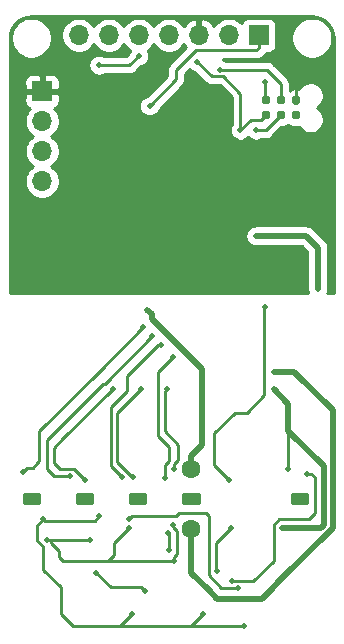
<source format=gbr>
G04 #@! TF.GenerationSoftware,KiCad,Pcbnew,5.1.5+dfsg1-2build2*
G04 #@! TF.CreationDate,2022-01-20T09:43:14-08:00*
G04 #@! TF.ProjectId,pcb_v1,7063625f-7631-42e6-9b69-6361645f7063,rev?*
G04 #@! TF.SameCoordinates,Original*
G04 #@! TF.FileFunction,Copper,L2,Bot*
G04 #@! TF.FilePolarity,Positive*
%FSLAX46Y46*%
G04 Gerber Fmt 4.6, Leading zero omitted, Abs format (unit mm)*
G04 Created by KiCad (PCBNEW 5.1.5+dfsg1-2build2) date 2022-01-20 09:43:14*
%MOMM*%
%LPD*%
G04 APERTURE LIST*
%ADD10C,1.600000*%
%ADD11O,1.700000X1.700000*%
%ADD12R,1.700000X1.700000*%
%ADD13C,0.787400*%
%ADD14C,0.400000*%
%ADD15C,0.500000*%
%ADD16C,0.250000*%
%ADD17C,0.500000*%
%ADD18C,0.254000*%
G04 APERTURE END LIST*
D10*
X175000000Y-124080000D03*
X175000000Y-119000000D03*
D11*
X165510000Y-82250000D03*
X168050000Y-82250000D03*
X170590000Y-82250000D03*
X173130000Y-82250000D03*
X175670000Y-82250000D03*
X178210000Y-82250000D03*
D12*
X180750000Y-82250000D03*
D11*
X162400000Y-94620000D03*
X162400000Y-92080000D03*
X162400000Y-89540000D03*
D12*
X162400000Y-87000000D03*
D13*
X183870000Y-89035000D03*
X183870000Y-87765000D03*
X182600000Y-89035000D03*
X182600000Y-87765000D03*
X181330000Y-89035000D03*
X181330000Y-87765000D03*
D14*
X183700000Y-121250000D03*
X184200000Y-121250000D03*
X184700000Y-121250000D03*
X184200000Y-121750000D03*
X183700000Y-121750000D03*
X184700000Y-121750000D03*
X174500000Y-121250000D03*
X175000000Y-121250000D03*
X175500000Y-121250000D03*
X175000000Y-121750000D03*
X174500000Y-121750000D03*
X175500000Y-121750000D03*
X170000000Y-121250000D03*
X170500000Y-121250000D03*
X171000000Y-121250000D03*
X170500000Y-121750000D03*
X170000000Y-121750000D03*
X171000000Y-121750000D03*
X165500000Y-121250000D03*
X166000000Y-121250000D03*
X166500000Y-121250000D03*
X166000000Y-121750000D03*
X165500000Y-121750000D03*
X166500000Y-121750000D03*
X162000000Y-121750000D03*
X161500000Y-121750000D03*
X161000000Y-121750000D03*
D15*
X178400000Y-124000000D03*
X166418750Y-124981250D03*
X173600000Y-126800000D03*
X177200000Y-127600000D03*
X171500000Y-88250000D03*
X181250000Y-86250000D03*
X180500000Y-99250000D03*
X185750000Y-103750000D03*
X173500000Y-123700000D03*
X162800000Y-125000000D03*
X169750000Y-124000000D03*
X184850000Y-119400000D03*
X178500000Y-128500000D03*
X167250000Y-123000000D03*
X162500000Y-123250000D03*
X179500000Y-132250000D03*
X176000000Y-131250000D03*
X170000000Y-131250000D03*
X182750000Y-97400000D03*
X183550000Y-96600000D03*
X184350000Y-97400000D03*
X183550000Y-97400000D03*
X182750000Y-96600000D03*
X184350000Y-96600000D03*
X175800000Y-92400000D03*
X174600000Y-92400000D03*
X173400000Y-92400000D03*
X175800000Y-91200000D03*
X174600000Y-91200000D03*
X173400000Y-91200000D03*
X175800000Y-90000000D03*
X174600000Y-90000000D03*
X173400000Y-90000000D03*
X170100000Y-119700000D03*
X166000000Y-119900000D03*
X173125000Y-125800000D03*
X168400000Y-112200000D03*
X170800000Y-112200000D03*
X173000000Y-112200000D03*
X182000000Y-112200000D03*
X175750000Y-95000000D03*
X172750000Y-101250000D03*
X173550000Y-101250000D03*
X172750000Y-102050000D03*
X173550000Y-102050000D03*
X166000000Y-93800000D03*
X167800000Y-86000000D03*
X167200000Y-86600000D03*
X166600000Y-87200000D03*
X183800000Y-86000000D03*
X173600000Y-119000000D03*
X175750000Y-96000000D03*
X174750000Y-96000000D03*
X173100000Y-124400000D03*
X183250000Y-119000000D03*
X182750000Y-124000000D03*
X167200000Y-84800000D03*
X170600000Y-84000000D03*
X177492852Y-85175000D03*
X180500000Y-90300000D03*
X179200000Y-90300000D03*
X175500000Y-84500000D03*
X178205095Y-119888246D03*
X181250000Y-105250000D03*
X172800000Y-119775000D03*
X173500000Y-109500000D03*
X169200000Y-119700000D03*
X172500000Y-108500000D03*
X164800000Y-119600000D03*
X171750000Y-107750000D03*
X182000000Y-110750000D03*
X171300000Y-105500000D03*
X160750000Y-119250000D03*
X170949499Y-107000000D03*
D14*
X161000000Y-121250000D03*
X161500000Y-121250000D03*
X162000000Y-121250000D03*
D15*
X169750000Y-123250000D03*
X179000000Y-129075000D03*
X167000000Y-127750000D03*
X171100000Y-129300000D03*
D16*
X178400000Y-124000000D02*
X177149990Y-125250010D01*
X173600000Y-126400000D02*
X173600000Y-126800000D01*
X173700000Y-126300000D02*
X173600000Y-126400000D01*
X177149990Y-127549990D02*
X177200000Y-127600000D01*
X177149990Y-125250010D02*
X177149990Y-127549990D01*
X173849999Y-124249999D02*
X173849999Y-126150001D01*
X173849999Y-126150001D02*
X173600000Y-126400000D01*
X180550010Y-83549990D02*
X180750000Y-83350000D01*
X175400992Y-83549990D02*
X180550010Y-83549990D01*
X180750000Y-83350000D02*
X180750000Y-82250000D01*
X171500000Y-88250000D02*
X173750000Y-86000000D01*
X173750000Y-85200982D02*
X175400992Y-83549990D01*
X173750000Y-86000000D02*
X173750000Y-85200982D01*
X181250000Y-87685000D02*
X181330000Y-87765000D01*
X181250000Y-86250000D02*
X181250000Y-87685000D01*
D17*
X180500000Y-99250000D02*
X184500000Y-99250000D01*
X184500000Y-99250000D02*
X184750000Y-99250000D01*
X184750000Y-99250000D02*
X185750000Y-100250000D01*
X185750000Y-100250000D02*
X185750000Y-103750000D01*
D16*
X173849999Y-124249999D02*
X173500000Y-123900000D01*
X173500000Y-123900000D02*
X173500000Y-123700000D01*
X169750000Y-124000000D02*
X168500000Y-125250000D01*
X168500000Y-126244988D02*
X167944988Y-126800000D01*
X168500000Y-125250000D02*
X168500000Y-126244988D01*
X170700000Y-126800000D02*
X173600000Y-126800000D01*
X167944988Y-126800000D02*
X170700000Y-126800000D01*
X163118750Y-124981250D02*
X163118750Y-125218750D01*
X166418750Y-124981250D02*
X163118750Y-124981250D01*
X163118750Y-125218750D02*
X163800000Y-125900000D01*
X164155012Y-126800000D02*
X164200000Y-126800000D01*
X163800000Y-126444988D02*
X164155012Y-126800000D01*
X163800000Y-125900000D02*
X163800000Y-126444988D01*
X167944988Y-126800000D02*
X164200000Y-126800000D01*
X162818750Y-124981250D02*
X162800000Y-125000000D01*
X163118750Y-124981250D02*
X162818750Y-124981250D01*
X185203553Y-119400000D02*
X185500000Y-119696447D01*
X184850000Y-119400000D02*
X185203553Y-119400000D01*
X185500000Y-119696447D02*
X185500000Y-122750000D01*
X185500000Y-122750000D02*
X185000000Y-123250000D01*
X185000000Y-123250000D02*
X182500000Y-123250000D01*
X182500000Y-123250000D02*
X182000000Y-123750000D01*
X182000000Y-123750000D02*
X182000000Y-126500000D01*
X182000000Y-126500000D02*
X182000000Y-126750000D01*
X180250000Y-128500000D02*
X178500000Y-128500000D01*
X182000000Y-126750000D02*
X180250000Y-128500000D01*
X164000000Y-129000000D02*
X164000000Y-131250000D01*
X164000000Y-131250000D02*
X165000000Y-132250000D01*
X165000000Y-132250000D02*
X169000000Y-132250000D01*
X169000000Y-132250000D02*
X170000000Y-131250000D01*
X169000000Y-132250000D02*
X175000000Y-132250000D01*
X175000000Y-132250000D02*
X176000000Y-131250000D01*
X175000000Y-132250000D02*
X179500000Y-132250000D01*
X176000000Y-131250000D02*
X176000000Y-131250000D01*
X170000000Y-131250000D02*
X170000000Y-131250000D01*
X162624870Y-123374870D02*
X166875130Y-123374870D01*
X166875130Y-123374870D02*
X167250000Y-123000000D01*
X162500000Y-123250000D02*
X162624870Y-123374870D01*
X162500000Y-127500000D02*
X164000000Y-129000000D01*
X162500000Y-125551002D02*
X162500000Y-127500000D01*
X161950000Y-125001002D02*
X162500000Y-125551002D01*
X161950000Y-123800000D02*
X161950000Y-125001002D01*
X162500000Y-123250000D02*
X161950000Y-123800000D01*
X173125000Y-125800000D02*
X173125000Y-124725000D01*
X165700000Y-119600000D02*
X165100000Y-119000000D01*
X165100000Y-119000000D02*
X164600000Y-119000000D01*
X164600000Y-119000000D02*
X164482857Y-119000000D01*
X164200000Y-116400000D02*
X168400000Y-112200000D01*
X183870000Y-86070000D02*
X183800000Y-86000000D01*
X183870000Y-87765000D02*
X183870000Y-86070000D01*
X163905012Y-119000000D02*
X163400000Y-118494988D01*
X164600000Y-119000000D02*
X163905012Y-119000000D01*
X163400000Y-117200000D02*
X164200000Y-116400000D01*
X163400000Y-118494988D02*
X163400000Y-117200000D01*
X172800000Y-112400000D02*
X173000000Y-112200000D01*
X173950000Y-118250000D02*
X173950000Y-116950000D01*
X173950000Y-116950000D02*
X172800000Y-115800000D01*
X173600000Y-118600000D02*
X173950000Y-118250000D01*
X172800000Y-115800000D02*
X172800000Y-112400000D01*
X173600000Y-119000000D02*
X173600000Y-118600000D01*
X173125000Y-124425000D02*
X173125000Y-124725000D01*
X173100000Y-124400000D02*
X173125000Y-124425000D01*
D17*
X182000000Y-112200000D02*
X183250000Y-113450000D01*
X183250000Y-113450000D02*
X183250000Y-115750000D01*
X183250000Y-115750000D02*
X186250000Y-118750000D01*
X186250000Y-118750000D02*
X186250000Y-123750000D01*
D16*
X183250000Y-115750000D02*
X183250000Y-119000000D01*
X183250000Y-119000000D02*
X183250000Y-119000000D01*
D17*
X186250000Y-123750000D02*
X186000000Y-124000000D01*
X186000000Y-124000000D02*
X182750000Y-124000000D01*
D16*
X165700000Y-119600000D02*
X166000000Y-119900000D01*
X169000000Y-114000000D02*
X170800000Y-112200000D01*
X168749990Y-118398988D02*
X168749990Y-114250010D01*
X170051002Y-119700000D02*
X168749990Y-118398988D01*
X168749990Y-114250010D02*
X169000000Y-114000000D01*
X170100000Y-119700000D02*
X170051002Y-119700000D01*
X169800000Y-84800000D02*
X170600000Y-84000000D01*
X167200000Y-84800000D02*
X169800000Y-84800000D01*
X182600000Y-86600000D02*
X182600000Y-87765000D01*
X177492852Y-85175000D02*
X181425000Y-85175000D01*
X182600000Y-86350000D02*
X182600000Y-86600000D01*
X181425000Y-85175000D02*
X182600000Y-86350000D01*
X181335000Y-90300000D02*
X182600000Y-89035000D01*
X180500000Y-90300000D02*
X181335000Y-90300000D01*
X180936301Y-89428699D02*
X181330000Y-89035000D01*
X180071301Y-89428699D02*
X180936301Y-89428699D01*
X179200000Y-90300000D02*
X180071301Y-89428699D01*
X179200000Y-87200000D02*
X179200000Y-90300000D01*
X177750000Y-85750000D02*
X179200000Y-87200000D01*
X176750000Y-85750000D02*
X177750000Y-85750000D01*
X175500000Y-84500000D02*
X176750000Y-85750000D01*
X181200000Y-112700000D02*
X181200000Y-111625000D01*
X181200000Y-112744988D02*
X181200000Y-112700000D01*
X178205095Y-119888246D02*
X177000000Y-118683151D01*
X177000000Y-118683151D02*
X177000000Y-115900000D01*
X177000000Y-115900000D02*
X178700000Y-114200000D01*
X179744988Y-114200000D02*
X181200000Y-112744988D01*
X178700000Y-114200000D02*
X179744988Y-114200000D01*
X181200000Y-111625000D02*
X181200000Y-110550000D01*
X181200000Y-105300000D02*
X181250000Y-105250000D01*
X181200000Y-110550000D02*
X181200000Y-105300000D01*
X172200000Y-111200000D02*
X172200000Y-111200000D01*
X172200000Y-110800000D02*
X173500000Y-109500000D01*
X173150000Y-117100000D02*
X172200000Y-116150000D01*
X172200000Y-116150000D02*
X172200000Y-110800000D01*
X173150000Y-118300000D02*
X173150000Y-117100000D01*
X172800000Y-118650000D02*
X173150000Y-118300000D01*
X172800000Y-119775000D02*
X172800000Y-118650000D01*
X172250000Y-108500000D02*
X172500000Y-108500000D01*
X169600000Y-111150000D02*
X172250000Y-108500000D01*
X168249990Y-113750010D02*
X169600000Y-112400000D01*
X169600000Y-112400000D02*
X169600000Y-111150000D01*
X168250010Y-113750030D02*
X168249990Y-113750010D01*
X168200010Y-113800030D02*
X168250010Y-113750030D01*
X168200010Y-118700010D02*
X168200010Y-113800030D01*
X169200000Y-119700000D02*
X168200010Y-118700010D01*
X162800000Y-116553553D02*
X167600000Y-111753553D01*
X162800000Y-119000000D02*
X162800000Y-116553553D01*
X163400000Y-119600000D02*
X162800000Y-119000000D01*
X164800000Y-119600000D02*
X163400000Y-119600000D01*
X167746447Y-111753553D02*
X171750000Y-107750000D01*
X167600000Y-111753553D02*
X167746447Y-111753553D01*
D17*
X175000000Y-124080000D02*
X175000000Y-127300000D01*
X187000000Y-124000000D02*
X182500000Y-128500000D01*
X187000000Y-114000000D02*
X187000000Y-124000000D01*
X183750000Y-110750000D02*
X187000000Y-114000000D01*
X182000000Y-110750000D02*
X183750000Y-110750000D01*
X182500000Y-128500000D02*
X181750000Y-129250000D01*
D16*
X176549998Y-129250000D02*
X176500000Y-129250000D01*
D17*
X175000000Y-127750000D02*
X175000000Y-127300000D01*
X176500000Y-129250000D02*
X175000000Y-127750000D01*
X177250000Y-130000000D02*
X176500000Y-129250000D01*
X181000000Y-130000000D02*
X177250000Y-130000000D01*
X181750000Y-129250000D02*
X181000000Y-130000000D01*
X171700000Y-105900000D02*
X171300000Y-105500000D01*
X171700000Y-106300000D02*
X171700000Y-105900000D01*
X175900000Y-110500000D02*
X171700000Y-106300000D01*
X175900000Y-116968630D02*
X175900000Y-110500000D01*
X175000000Y-117868630D02*
X175900000Y-116968630D01*
X175000000Y-119000000D02*
X175000000Y-117868630D01*
D16*
X167199499Y-110750000D02*
X170949499Y-107000000D01*
X160750000Y-119250000D02*
X161100000Y-118900000D01*
X161100000Y-118900000D02*
X161600000Y-118900000D01*
X162000000Y-118494988D02*
X162150010Y-118344978D01*
X162000000Y-118500000D02*
X162000000Y-118494988D01*
X161600000Y-118900000D02*
X162000000Y-118500000D01*
X162150010Y-115799489D02*
X167199499Y-110750000D01*
X162150010Y-118344978D02*
X162150010Y-115799489D01*
X177575002Y-129075000D02*
X179000000Y-129075000D01*
X176500000Y-128000000D02*
X177575002Y-129075000D01*
X176500000Y-123000000D02*
X176500000Y-128000000D01*
X176250000Y-122750000D02*
X176500000Y-123000000D01*
X174000000Y-122750000D02*
X176250000Y-122750000D01*
X173750000Y-123000000D02*
X174000000Y-122750000D01*
X170000000Y-123000000D02*
X173750000Y-123000000D01*
X169750000Y-123250000D02*
X170000000Y-123000000D01*
X167000000Y-127750000D02*
X168250000Y-129000000D01*
X170800000Y-129000000D02*
X171100000Y-129300000D01*
X168250000Y-129000000D02*
X170800000Y-129000000D01*
D18*
G36*
X166648001Y-121873000D02*
G01*
X165352000Y-121873000D01*
X165352000Y-121127000D01*
X166648002Y-121127000D01*
X166648001Y-121873000D01*
G37*
X166648001Y-121873000D02*
X165352000Y-121873000D01*
X165352000Y-121127000D01*
X166648002Y-121127000D01*
X166648001Y-121873000D01*
G36*
X171148000Y-121873000D02*
G01*
X169842000Y-121873000D01*
X169842000Y-121127000D01*
X171148001Y-121127000D01*
X171148000Y-121873000D01*
G37*
X171148000Y-121873000D02*
X169842000Y-121873000D01*
X169842000Y-121127000D01*
X171148001Y-121127000D01*
X171148000Y-121873000D01*
G36*
X175648000Y-121873000D02*
G01*
X174352000Y-121873000D01*
X174352000Y-121127000D01*
X175648001Y-121127000D01*
X175648000Y-121873000D01*
G37*
X175648000Y-121873000D02*
X174352000Y-121873000D01*
X174352000Y-121127000D01*
X175648001Y-121127000D01*
X175648000Y-121873000D01*
G36*
X184873000Y-121873000D02*
G01*
X183552000Y-121873000D01*
X183552000Y-121127000D01*
X184873000Y-121127000D01*
X184873000Y-121873000D01*
G37*
X184873000Y-121873000D02*
X183552000Y-121873000D01*
X183552000Y-121127000D01*
X184873000Y-121127000D01*
X184873000Y-121873000D01*
G36*
X185606775Y-80698147D02*
G01*
X185949967Y-80801763D01*
X186266489Y-80970062D01*
X186544299Y-81196637D01*
X186772806Y-81472856D01*
X186943310Y-81788197D01*
X187049319Y-82130656D01*
X187090001Y-82517722D01*
X187090000Y-104123000D01*
X186554118Y-104123000D01*
X186571589Y-104090313D01*
X186584269Y-104048513D01*
X186600990Y-104008145D01*
X186609513Y-103965295D01*
X186622195Y-103923490D01*
X186626477Y-103880013D01*
X186635000Y-103837165D01*
X186635000Y-100293469D01*
X186639281Y-100250000D01*
X186635000Y-100206531D01*
X186635000Y-100206523D01*
X186622195Y-100076510D01*
X186609384Y-100034277D01*
X186571589Y-99909686D01*
X186489411Y-99755941D01*
X186406532Y-99654953D01*
X186406530Y-99654951D01*
X186378817Y-99621183D01*
X186345050Y-99593471D01*
X185406534Y-98654956D01*
X185378817Y-98621183D01*
X185244059Y-98510589D01*
X185090313Y-98428411D01*
X184923490Y-98377805D01*
X184793477Y-98365000D01*
X184793469Y-98365000D01*
X184750000Y-98360719D01*
X184706531Y-98365000D01*
X180412835Y-98365000D01*
X180369987Y-98373523D01*
X180326510Y-98377805D01*
X180284705Y-98390487D01*
X180241855Y-98399010D01*
X180201487Y-98415731D01*
X180159687Y-98428411D01*
X180121165Y-98449001D01*
X180080795Y-98465723D01*
X180044467Y-98489996D01*
X180005941Y-98510589D01*
X179972171Y-98538304D01*
X179935845Y-98562576D01*
X179904951Y-98593470D01*
X179871183Y-98621183D01*
X179843470Y-98654951D01*
X179812576Y-98685845D01*
X179788304Y-98722171D01*
X179760589Y-98755941D01*
X179739996Y-98794467D01*
X179715723Y-98830795D01*
X179699001Y-98871165D01*
X179678411Y-98909687D01*
X179665731Y-98951487D01*
X179649010Y-98991855D01*
X179640487Y-99034705D01*
X179627805Y-99076510D01*
X179623523Y-99119987D01*
X179615000Y-99162835D01*
X179615000Y-99206523D01*
X179610718Y-99250000D01*
X179615000Y-99293477D01*
X179615000Y-99337165D01*
X179623523Y-99380013D01*
X179627805Y-99423490D01*
X179640487Y-99465295D01*
X179649010Y-99508145D01*
X179665731Y-99548513D01*
X179678411Y-99590313D01*
X179699001Y-99628835D01*
X179715723Y-99669205D01*
X179739996Y-99705533D01*
X179760589Y-99744059D01*
X179788304Y-99777829D01*
X179812576Y-99814155D01*
X179843470Y-99845049D01*
X179871183Y-99878817D01*
X179904951Y-99906530D01*
X179935845Y-99937424D01*
X179972171Y-99961696D01*
X180005941Y-99989411D01*
X180044467Y-100010004D01*
X180080795Y-100034277D01*
X180121165Y-100050999D01*
X180159687Y-100071589D01*
X180201487Y-100084269D01*
X180241855Y-100100990D01*
X180284705Y-100109513D01*
X180326510Y-100122195D01*
X180369987Y-100126477D01*
X180412835Y-100135000D01*
X184383422Y-100135000D01*
X184865000Y-100616579D01*
X184865001Y-103662830D01*
X184865000Y-103662835D01*
X184865000Y-103837165D01*
X184873525Y-103880023D01*
X184877806Y-103923490D01*
X184890485Y-103965285D01*
X184899010Y-104008145D01*
X184915735Y-104048522D01*
X184928412Y-104090313D01*
X184945883Y-104123000D01*
X159660000Y-104123000D01*
X159660000Y-87850000D01*
X160911928Y-87850000D01*
X160924188Y-87974482D01*
X160960498Y-88094180D01*
X161019463Y-88204494D01*
X161098815Y-88301185D01*
X161195506Y-88380537D01*
X161305820Y-88439502D01*
X161378380Y-88461513D01*
X161246525Y-88593368D01*
X161084010Y-88836589D01*
X160972068Y-89106842D01*
X160915000Y-89393740D01*
X160915000Y-89686260D01*
X160972068Y-89973158D01*
X161084010Y-90243411D01*
X161246525Y-90486632D01*
X161453368Y-90693475D01*
X161627760Y-90810000D01*
X161453368Y-90926525D01*
X161246525Y-91133368D01*
X161084010Y-91376589D01*
X160972068Y-91646842D01*
X160915000Y-91933740D01*
X160915000Y-92226260D01*
X160972068Y-92513158D01*
X161084010Y-92783411D01*
X161246525Y-93026632D01*
X161453368Y-93233475D01*
X161627760Y-93350000D01*
X161453368Y-93466525D01*
X161246525Y-93673368D01*
X161084010Y-93916589D01*
X160972068Y-94186842D01*
X160915000Y-94473740D01*
X160915000Y-94766260D01*
X160972068Y-95053158D01*
X161084010Y-95323411D01*
X161246525Y-95566632D01*
X161453368Y-95773475D01*
X161696589Y-95935990D01*
X161966842Y-96047932D01*
X162253740Y-96105000D01*
X162546260Y-96105000D01*
X162833158Y-96047932D01*
X163103411Y-95935990D01*
X163346632Y-95773475D01*
X163553475Y-95566632D01*
X163715990Y-95323411D01*
X163827932Y-95053158D01*
X163885000Y-94766260D01*
X163885000Y-94473740D01*
X163827932Y-94186842D01*
X163715990Y-93916589D01*
X163553475Y-93673368D01*
X163346632Y-93466525D01*
X163172240Y-93350000D01*
X163346632Y-93233475D01*
X163553475Y-93026632D01*
X163715990Y-92783411D01*
X163827932Y-92513158D01*
X163885000Y-92226260D01*
X163885000Y-91933740D01*
X163827932Y-91646842D01*
X163715990Y-91376589D01*
X163553475Y-91133368D01*
X163346632Y-90926525D01*
X163172240Y-90810000D01*
X163346632Y-90693475D01*
X163553475Y-90486632D01*
X163715990Y-90243411D01*
X163827932Y-89973158D01*
X163885000Y-89686260D01*
X163885000Y-89393740D01*
X163827932Y-89106842D01*
X163715990Y-88836589D01*
X163553475Y-88593368D01*
X163421620Y-88461513D01*
X163494180Y-88439502D01*
X163604494Y-88380537D01*
X163701185Y-88301185D01*
X163780537Y-88204494D01*
X163839502Y-88094180D01*
X163875812Y-87974482D01*
X163888072Y-87850000D01*
X163885000Y-87285750D01*
X163726250Y-87127000D01*
X162527000Y-87127000D01*
X162527000Y-87147000D01*
X162273000Y-87147000D01*
X162273000Y-87127000D01*
X161073750Y-87127000D01*
X160915000Y-87285750D01*
X160911928Y-87850000D01*
X159660000Y-87850000D01*
X159660000Y-86150000D01*
X160911928Y-86150000D01*
X160915000Y-86714250D01*
X161073750Y-86873000D01*
X162273000Y-86873000D01*
X162273000Y-85673750D01*
X162527000Y-85673750D01*
X162527000Y-86873000D01*
X163726250Y-86873000D01*
X163885000Y-86714250D01*
X163888072Y-86150000D01*
X163875812Y-86025518D01*
X163839502Y-85905820D01*
X163780537Y-85795506D01*
X163701185Y-85698815D01*
X163604494Y-85619463D01*
X163494180Y-85560498D01*
X163374482Y-85524188D01*
X163250000Y-85511928D01*
X162685750Y-85515000D01*
X162527000Y-85673750D01*
X162273000Y-85673750D01*
X162114250Y-85515000D01*
X161550000Y-85511928D01*
X161425518Y-85524188D01*
X161305820Y-85560498D01*
X161195506Y-85619463D01*
X161098815Y-85698815D01*
X161019463Y-85795506D01*
X160960498Y-85905820D01*
X160924188Y-86025518D01*
X160911928Y-86150000D01*
X159660000Y-86150000D01*
X159660000Y-82532279D01*
X159679920Y-82329117D01*
X159765000Y-82329117D01*
X159765000Y-82670883D01*
X159831675Y-83006081D01*
X159962463Y-83321831D01*
X160152337Y-83605998D01*
X160394002Y-83847663D01*
X160678169Y-84037537D01*
X160993919Y-84168325D01*
X161329117Y-84235000D01*
X161670883Y-84235000D01*
X162006081Y-84168325D01*
X162321831Y-84037537D01*
X162605998Y-83847663D01*
X162847663Y-83605998D01*
X163037537Y-83321831D01*
X163168325Y-83006081D01*
X163235000Y-82670883D01*
X163235000Y-82329117D01*
X163190170Y-82103740D01*
X164025000Y-82103740D01*
X164025000Y-82396260D01*
X164082068Y-82683158D01*
X164194010Y-82953411D01*
X164356525Y-83196632D01*
X164563368Y-83403475D01*
X164806589Y-83565990D01*
X165076842Y-83677932D01*
X165363740Y-83735000D01*
X165656260Y-83735000D01*
X165943158Y-83677932D01*
X166213411Y-83565990D01*
X166456632Y-83403475D01*
X166663475Y-83196632D01*
X166780000Y-83022240D01*
X166896525Y-83196632D01*
X167103368Y-83403475D01*
X167346589Y-83565990D01*
X167616842Y-83677932D01*
X167903740Y-83735000D01*
X168196260Y-83735000D01*
X168483158Y-83677932D01*
X168753411Y-83565990D01*
X168996632Y-83403475D01*
X169203475Y-83196632D01*
X169320000Y-83022240D01*
X169436525Y-83196632D01*
X169643368Y-83403475D01*
X169844435Y-83537824D01*
X169815723Y-83580795D01*
X169749010Y-83741855D01*
X169740485Y-83784713D01*
X169485199Y-84040000D01*
X167655538Y-84040000D01*
X167619205Y-84015723D01*
X167458145Y-83949010D01*
X167287165Y-83915000D01*
X167112835Y-83915000D01*
X166941855Y-83949010D01*
X166780795Y-84015723D01*
X166635845Y-84112576D01*
X166512576Y-84235845D01*
X166415723Y-84380795D01*
X166349010Y-84541855D01*
X166315000Y-84712835D01*
X166315000Y-84887165D01*
X166349010Y-85058145D01*
X166415723Y-85219205D01*
X166512576Y-85364155D01*
X166635845Y-85487424D01*
X166780795Y-85584277D01*
X166941855Y-85650990D01*
X167112835Y-85685000D01*
X167287165Y-85685000D01*
X167458145Y-85650990D01*
X167619205Y-85584277D01*
X167655538Y-85560000D01*
X169762678Y-85560000D01*
X169800000Y-85563676D01*
X169837322Y-85560000D01*
X169837333Y-85560000D01*
X169948986Y-85549003D01*
X170092247Y-85505546D01*
X170224276Y-85434974D01*
X170340001Y-85340001D01*
X170363803Y-85310998D01*
X170815287Y-84859515D01*
X170858145Y-84850990D01*
X171019205Y-84784277D01*
X171164155Y-84687424D01*
X171287424Y-84564155D01*
X171384277Y-84419205D01*
X171450990Y-84258145D01*
X171485000Y-84087165D01*
X171485000Y-83912835D01*
X171450990Y-83741855D01*
X171384277Y-83580795D01*
X171349391Y-83528585D01*
X171536632Y-83403475D01*
X171743475Y-83196632D01*
X171860000Y-83022240D01*
X171976525Y-83196632D01*
X172183368Y-83403475D01*
X172426589Y-83565990D01*
X172696842Y-83677932D01*
X172983740Y-83735000D01*
X173276260Y-83735000D01*
X173563158Y-83677932D01*
X173833411Y-83565990D01*
X174076632Y-83403475D01*
X174283475Y-83196632D01*
X174405195Y-83014466D01*
X174474822Y-83131355D01*
X174602822Y-83273358D01*
X173238998Y-84637183D01*
X173210000Y-84660981D01*
X173186202Y-84689979D01*
X173186201Y-84689980D01*
X173115026Y-84776706D01*
X173044454Y-84908736D01*
X173032245Y-84948985D01*
X173000997Y-85051996D01*
X172990000Y-85163649D01*
X172990000Y-85163660D01*
X172986324Y-85200982D01*
X172990000Y-85238304D01*
X172990000Y-85685198D01*
X171284714Y-87390485D01*
X171241855Y-87399010D01*
X171080795Y-87465723D01*
X170935845Y-87562576D01*
X170812576Y-87685845D01*
X170715723Y-87830795D01*
X170649010Y-87991855D01*
X170615000Y-88162835D01*
X170615000Y-88337165D01*
X170649010Y-88508145D01*
X170715723Y-88669205D01*
X170812576Y-88814155D01*
X170935845Y-88937424D01*
X171080795Y-89034277D01*
X171241855Y-89100990D01*
X171412835Y-89135000D01*
X171587165Y-89135000D01*
X171758145Y-89100990D01*
X171919205Y-89034277D01*
X172064155Y-88937424D01*
X172187424Y-88814155D01*
X172284277Y-88669205D01*
X172350990Y-88508145D01*
X172359515Y-88465286D01*
X174261004Y-86563798D01*
X174290001Y-86540001D01*
X174384974Y-86424276D01*
X174455546Y-86292247D01*
X174499003Y-86148986D01*
X174510000Y-86037333D01*
X174510000Y-86037332D01*
X174513677Y-86000000D01*
X174510000Y-85962667D01*
X174510000Y-85515783D01*
X174887102Y-85138681D01*
X174935845Y-85187424D01*
X175080795Y-85284277D01*
X175241855Y-85350990D01*
X175284714Y-85359515D01*
X176186200Y-86261002D01*
X176209999Y-86290001D01*
X176238997Y-86313799D01*
X176325723Y-86384974D01*
X176449274Y-86451014D01*
X176457753Y-86455546D01*
X176601014Y-86499003D01*
X176712667Y-86510000D01*
X176712677Y-86510000D01*
X176750000Y-86513676D01*
X176787323Y-86510000D01*
X177435199Y-86510000D01*
X178440000Y-87514802D01*
X178440001Y-89844461D01*
X178415723Y-89880795D01*
X178349010Y-90041855D01*
X178315000Y-90212835D01*
X178315000Y-90387165D01*
X178349010Y-90558145D01*
X178415723Y-90719205D01*
X178512576Y-90864155D01*
X178635845Y-90987424D01*
X178780795Y-91084277D01*
X178941855Y-91150990D01*
X179112835Y-91185000D01*
X179287165Y-91185000D01*
X179458145Y-91150990D01*
X179619205Y-91084277D01*
X179764155Y-90987424D01*
X179850000Y-90901579D01*
X179935845Y-90987424D01*
X180080795Y-91084277D01*
X180241855Y-91150990D01*
X180412835Y-91185000D01*
X180587165Y-91185000D01*
X180758145Y-91150990D01*
X180919205Y-91084277D01*
X180955538Y-91060000D01*
X181297678Y-91060000D01*
X181335000Y-91063676D01*
X181372322Y-91060000D01*
X181372333Y-91060000D01*
X181483986Y-91049003D01*
X181627247Y-91005546D01*
X181759276Y-90934974D01*
X181875001Y-90840001D01*
X181898804Y-90810997D01*
X182646102Y-90063700D01*
X182701318Y-90063700D01*
X182900061Y-90024167D01*
X183087272Y-89946622D01*
X183235000Y-89847913D01*
X183382728Y-89946622D01*
X183569939Y-90024167D01*
X183768682Y-90063700D01*
X183971318Y-90063700D01*
X184170061Y-90024167D01*
X184183300Y-90018683D01*
X184262039Y-90136524D01*
X184419476Y-90293961D01*
X184604602Y-90417659D01*
X184810304Y-90502863D01*
X185028675Y-90546300D01*
X185251325Y-90546300D01*
X185469696Y-90502863D01*
X185675398Y-90417659D01*
X185860524Y-90293961D01*
X186017961Y-90136524D01*
X186141659Y-89951398D01*
X186226863Y-89745696D01*
X186270300Y-89527325D01*
X186270300Y-89304675D01*
X186226863Y-89086304D01*
X186141659Y-88880602D01*
X186017961Y-88695476D01*
X185860524Y-88538039D01*
X185675398Y-88414341D01*
X185640776Y-88400000D01*
X185675398Y-88385659D01*
X185860524Y-88261961D01*
X186017961Y-88104524D01*
X186141659Y-87919398D01*
X186226863Y-87713696D01*
X186270300Y-87495325D01*
X186270300Y-87272675D01*
X186226863Y-87054304D01*
X186141659Y-86848602D01*
X186017961Y-86663476D01*
X185860524Y-86506039D01*
X185675398Y-86382341D01*
X185469696Y-86297137D01*
X185251325Y-86253700D01*
X185028675Y-86253700D01*
X184810304Y-86297137D01*
X184604602Y-86382341D01*
X184419476Y-86506039D01*
X184262039Y-86663476D01*
X184184050Y-86780194D01*
X183985988Y-86737851D01*
X183783372Y-86734959D01*
X183584086Y-86771651D01*
X183395787Y-86846517D01*
X183369768Y-86860424D01*
X183360000Y-86950079D01*
X183360000Y-86387323D01*
X183363676Y-86350000D01*
X183360000Y-86312677D01*
X183360000Y-86312667D01*
X183349003Y-86201014D01*
X183305546Y-86057753D01*
X183274676Y-86000000D01*
X183234974Y-85925723D01*
X183163799Y-85838997D01*
X183140001Y-85809999D01*
X183111004Y-85786202D01*
X181988804Y-84664003D01*
X181965001Y-84634999D01*
X181849276Y-84540026D01*
X181717247Y-84469454D01*
X181573986Y-84425997D01*
X181462333Y-84415000D01*
X181462322Y-84415000D01*
X181425000Y-84411324D01*
X181387678Y-84415000D01*
X177948390Y-84415000D01*
X177912057Y-84390723D01*
X177750997Y-84324010D01*
X177680514Y-84309990D01*
X180512688Y-84309990D01*
X180550010Y-84313666D01*
X180587332Y-84309990D01*
X180587343Y-84309990D01*
X180698996Y-84298993D01*
X180842257Y-84255536D01*
X180974286Y-84184964D01*
X181090011Y-84089991D01*
X181113814Y-84060987D01*
X181260998Y-83913803D01*
X181290001Y-83890001D01*
X181384974Y-83774276D01*
X181404326Y-83738072D01*
X181600000Y-83738072D01*
X181724482Y-83725812D01*
X181844180Y-83689502D01*
X181954494Y-83630537D01*
X182051185Y-83551185D01*
X182130537Y-83454494D01*
X182189502Y-83344180D01*
X182225812Y-83224482D01*
X182238072Y-83100000D01*
X182238072Y-82329117D01*
X183515000Y-82329117D01*
X183515000Y-82670883D01*
X183581675Y-83006081D01*
X183712463Y-83321831D01*
X183902337Y-83605998D01*
X184144002Y-83847663D01*
X184428169Y-84037537D01*
X184743919Y-84168325D01*
X185079117Y-84235000D01*
X185420883Y-84235000D01*
X185756081Y-84168325D01*
X186071831Y-84037537D01*
X186355998Y-83847663D01*
X186597663Y-83605998D01*
X186787537Y-83321831D01*
X186918325Y-83006081D01*
X186985000Y-82670883D01*
X186985000Y-82329117D01*
X186918325Y-81993919D01*
X186787537Y-81678169D01*
X186597663Y-81394002D01*
X186355998Y-81152337D01*
X186071831Y-80962463D01*
X185756081Y-80831675D01*
X185420883Y-80765000D01*
X185079117Y-80765000D01*
X184743919Y-80831675D01*
X184428169Y-80962463D01*
X184144002Y-81152337D01*
X183902337Y-81394002D01*
X183712463Y-81678169D01*
X183581675Y-81993919D01*
X183515000Y-82329117D01*
X182238072Y-82329117D01*
X182238072Y-81400000D01*
X182225812Y-81275518D01*
X182189502Y-81155820D01*
X182130537Y-81045506D01*
X182051185Y-80948815D01*
X181954494Y-80869463D01*
X181844180Y-80810498D01*
X181724482Y-80774188D01*
X181600000Y-80761928D01*
X179900000Y-80761928D01*
X179775518Y-80774188D01*
X179655820Y-80810498D01*
X179545506Y-80869463D01*
X179448815Y-80948815D01*
X179369463Y-81045506D01*
X179310498Y-81155820D01*
X179288487Y-81228380D01*
X179156632Y-81096525D01*
X178913411Y-80934010D01*
X178643158Y-80822068D01*
X178356260Y-80765000D01*
X178063740Y-80765000D01*
X177776842Y-80822068D01*
X177506589Y-80934010D01*
X177263368Y-81096525D01*
X177056525Y-81303368D01*
X176934805Y-81485534D01*
X176865178Y-81368645D01*
X176670269Y-81152412D01*
X176436920Y-80978359D01*
X176174099Y-80853175D01*
X176026890Y-80808524D01*
X175797000Y-80929845D01*
X175797000Y-82123000D01*
X175817000Y-82123000D01*
X175817000Y-82377000D01*
X175797000Y-82377000D01*
X175797000Y-82397000D01*
X175543000Y-82397000D01*
X175543000Y-82377000D01*
X175523000Y-82377000D01*
X175523000Y-82123000D01*
X175543000Y-82123000D01*
X175543000Y-80929845D01*
X175313110Y-80808524D01*
X175165901Y-80853175D01*
X174903080Y-80978359D01*
X174669731Y-81152412D01*
X174474822Y-81368645D01*
X174405195Y-81485534D01*
X174283475Y-81303368D01*
X174076632Y-81096525D01*
X173833411Y-80934010D01*
X173563158Y-80822068D01*
X173276260Y-80765000D01*
X172983740Y-80765000D01*
X172696842Y-80822068D01*
X172426589Y-80934010D01*
X172183368Y-81096525D01*
X171976525Y-81303368D01*
X171860000Y-81477760D01*
X171743475Y-81303368D01*
X171536632Y-81096525D01*
X171293411Y-80934010D01*
X171023158Y-80822068D01*
X170736260Y-80765000D01*
X170443740Y-80765000D01*
X170156842Y-80822068D01*
X169886589Y-80934010D01*
X169643368Y-81096525D01*
X169436525Y-81303368D01*
X169320000Y-81477760D01*
X169203475Y-81303368D01*
X168996632Y-81096525D01*
X168753411Y-80934010D01*
X168483158Y-80822068D01*
X168196260Y-80765000D01*
X167903740Y-80765000D01*
X167616842Y-80822068D01*
X167346589Y-80934010D01*
X167103368Y-81096525D01*
X166896525Y-81303368D01*
X166780000Y-81477760D01*
X166663475Y-81303368D01*
X166456632Y-81096525D01*
X166213411Y-80934010D01*
X165943158Y-80822068D01*
X165656260Y-80765000D01*
X165363740Y-80765000D01*
X165076842Y-80822068D01*
X164806589Y-80934010D01*
X164563368Y-81096525D01*
X164356525Y-81303368D01*
X164194010Y-81546589D01*
X164082068Y-81816842D01*
X164025000Y-82103740D01*
X163190170Y-82103740D01*
X163168325Y-81993919D01*
X163037537Y-81678169D01*
X162847663Y-81394002D01*
X162605998Y-81152337D01*
X162321831Y-80962463D01*
X162006081Y-80831675D01*
X161670883Y-80765000D01*
X161329117Y-80765000D01*
X160993919Y-80831675D01*
X160678169Y-80962463D01*
X160394002Y-81152337D01*
X160152337Y-81394002D01*
X159962463Y-81678169D01*
X159831675Y-81993919D01*
X159765000Y-82329117D01*
X159679920Y-82329117D01*
X159698147Y-82143225D01*
X159801763Y-81800033D01*
X159970062Y-81483511D01*
X160196637Y-81205701D01*
X160472856Y-80977194D01*
X160788197Y-80806690D01*
X161130656Y-80700681D01*
X161517712Y-80660000D01*
X185217721Y-80660000D01*
X185606775Y-80698147D01*
G37*
X185606775Y-80698147D02*
X185949967Y-80801763D01*
X186266489Y-80970062D01*
X186544299Y-81196637D01*
X186772806Y-81472856D01*
X186943310Y-81788197D01*
X187049319Y-82130656D01*
X187090001Y-82517722D01*
X187090000Y-104123000D01*
X186554118Y-104123000D01*
X186571589Y-104090313D01*
X186584269Y-104048513D01*
X186600990Y-104008145D01*
X186609513Y-103965295D01*
X186622195Y-103923490D01*
X186626477Y-103880013D01*
X186635000Y-103837165D01*
X186635000Y-100293469D01*
X186639281Y-100250000D01*
X186635000Y-100206531D01*
X186635000Y-100206523D01*
X186622195Y-100076510D01*
X186609384Y-100034277D01*
X186571589Y-99909686D01*
X186489411Y-99755941D01*
X186406532Y-99654953D01*
X186406530Y-99654951D01*
X186378817Y-99621183D01*
X186345050Y-99593471D01*
X185406534Y-98654956D01*
X185378817Y-98621183D01*
X185244059Y-98510589D01*
X185090313Y-98428411D01*
X184923490Y-98377805D01*
X184793477Y-98365000D01*
X184793469Y-98365000D01*
X184750000Y-98360719D01*
X184706531Y-98365000D01*
X180412835Y-98365000D01*
X180369987Y-98373523D01*
X180326510Y-98377805D01*
X180284705Y-98390487D01*
X180241855Y-98399010D01*
X180201487Y-98415731D01*
X180159687Y-98428411D01*
X180121165Y-98449001D01*
X180080795Y-98465723D01*
X180044467Y-98489996D01*
X180005941Y-98510589D01*
X179972171Y-98538304D01*
X179935845Y-98562576D01*
X179904951Y-98593470D01*
X179871183Y-98621183D01*
X179843470Y-98654951D01*
X179812576Y-98685845D01*
X179788304Y-98722171D01*
X179760589Y-98755941D01*
X179739996Y-98794467D01*
X179715723Y-98830795D01*
X179699001Y-98871165D01*
X179678411Y-98909687D01*
X179665731Y-98951487D01*
X179649010Y-98991855D01*
X179640487Y-99034705D01*
X179627805Y-99076510D01*
X179623523Y-99119987D01*
X179615000Y-99162835D01*
X179615000Y-99206523D01*
X179610718Y-99250000D01*
X179615000Y-99293477D01*
X179615000Y-99337165D01*
X179623523Y-99380013D01*
X179627805Y-99423490D01*
X179640487Y-99465295D01*
X179649010Y-99508145D01*
X179665731Y-99548513D01*
X179678411Y-99590313D01*
X179699001Y-99628835D01*
X179715723Y-99669205D01*
X179739996Y-99705533D01*
X179760589Y-99744059D01*
X179788304Y-99777829D01*
X179812576Y-99814155D01*
X179843470Y-99845049D01*
X179871183Y-99878817D01*
X179904951Y-99906530D01*
X179935845Y-99937424D01*
X179972171Y-99961696D01*
X180005941Y-99989411D01*
X180044467Y-100010004D01*
X180080795Y-100034277D01*
X180121165Y-100050999D01*
X180159687Y-100071589D01*
X180201487Y-100084269D01*
X180241855Y-100100990D01*
X180284705Y-100109513D01*
X180326510Y-100122195D01*
X180369987Y-100126477D01*
X180412835Y-100135000D01*
X184383422Y-100135000D01*
X184865000Y-100616579D01*
X184865001Y-103662830D01*
X184865000Y-103662835D01*
X184865000Y-103837165D01*
X184873525Y-103880023D01*
X184877806Y-103923490D01*
X184890485Y-103965285D01*
X184899010Y-104008145D01*
X184915735Y-104048522D01*
X184928412Y-104090313D01*
X184945883Y-104123000D01*
X159660000Y-104123000D01*
X159660000Y-87850000D01*
X160911928Y-87850000D01*
X160924188Y-87974482D01*
X160960498Y-88094180D01*
X161019463Y-88204494D01*
X161098815Y-88301185D01*
X161195506Y-88380537D01*
X161305820Y-88439502D01*
X161378380Y-88461513D01*
X161246525Y-88593368D01*
X161084010Y-88836589D01*
X160972068Y-89106842D01*
X160915000Y-89393740D01*
X160915000Y-89686260D01*
X160972068Y-89973158D01*
X161084010Y-90243411D01*
X161246525Y-90486632D01*
X161453368Y-90693475D01*
X161627760Y-90810000D01*
X161453368Y-90926525D01*
X161246525Y-91133368D01*
X161084010Y-91376589D01*
X160972068Y-91646842D01*
X160915000Y-91933740D01*
X160915000Y-92226260D01*
X160972068Y-92513158D01*
X161084010Y-92783411D01*
X161246525Y-93026632D01*
X161453368Y-93233475D01*
X161627760Y-93350000D01*
X161453368Y-93466525D01*
X161246525Y-93673368D01*
X161084010Y-93916589D01*
X160972068Y-94186842D01*
X160915000Y-94473740D01*
X160915000Y-94766260D01*
X160972068Y-95053158D01*
X161084010Y-95323411D01*
X161246525Y-95566632D01*
X161453368Y-95773475D01*
X161696589Y-95935990D01*
X161966842Y-96047932D01*
X162253740Y-96105000D01*
X162546260Y-96105000D01*
X162833158Y-96047932D01*
X163103411Y-95935990D01*
X163346632Y-95773475D01*
X163553475Y-95566632D01*
X163715990Y-95323411D01*
X163827932Y-95053158D01*
X163885000Y-94766260D01*
X163885000Y-94473740D01*
X163827932Y-94186842D01*
X163715990Y-93916589D01*
X163553475Y-93673368D01*
X163346632Y-93466525D01*
X163172240Y-93350000D01*
X163346632Y-93233475D01*
X163553475Y-93026632D01*
X163715990Y-92783411D01*
X163827932Y-92513158D01*
X163885000Y-92226260D01*
X163885000Y-91933740D01*
X163827932Y-91646842D01*
X163715990Y-91376589D01*
X163553475Y-91133368D01*
X163346632Y-90926525D01*
X163172240Y-90810000D01*
X163346632Y-90693475D01*
X163553475Y-90486632D01*
X163715990Y-90243411D01*
X163827932Y-89973158D01*
X163885000Y-89686260D01*
X163885000Y-89393740D01*
X163827932Y-89106842D01*
X163715990Y-88836589D01*
X163553475Y-88593368D01*
X163421620Y-88461513D01*
X163494180Y-88439502D01*
X163604494Y-88380537D01*
X163701185Y-88301185D01*
X163780537Y-88204494D01*
X163839502Y-88094180D01*
X163875812Y-87974482D01*
X163888072Y-87850000D01*
X163885000Y-87285750D01*
X163726250Y-87127000D01*
X162527000Y-87127000D01*
X162527000Y-87147000D01*
X162273000Y-87147000D01*
X162273000Y-87127000D01*
X161073750Y-87127000D01*
X160915000Y-87285750D01*
X160911928Y-87850000D01*
X159660000Y-87850000D01*
X159660000Y-86150000D01*
X160911928Y-86150000D01*
X160915000Y-86714250D01*
X161073750Y-86873000D01*
X162273000Y-86873000D01*
X162273000Y-85673750D01*
X162527000Y-85673750D01*
X162527000Y-86873000D01*
X163726250Y-86873000D01*
X163885000Y-86714250D01*
X163888072Y-86150000D01*
X163875812Y-86025518D01*
X163839502Y-85905820D01*
X163780537Y-85795506D01*
X163701185Y-85698815D01*
X163604494Y-85619463D01*
X163494180Y-85560498D01*
X163374482Y-85524188D01*
X163250000Y-85511928D01*
X162685750Y-85515000D01*
X162527000Y-85673750D01*
X162273000Y-85673750D01*
X162114250Y-85515000D01*
X161550000Y-85511928D01*
X161425518Y-85524188D01*
X161305820Y-85560498D01*
X161195506Y-85619463D01*
X161098815Y-85698815D01*
X161019463Y-85795506D01*
X160960498Y-85905820D01*
X160924188Y-86025518D01*
X160911928Y-86150000D01*
X159660000Y-86150000D01*
X159660000Y-82532279D01*
X159679920Y-82329117D01*
X159765000Y-82329117D01*
X159765000Y-82670883D01*
X159831675Y-83006081D01*
X159962463Y-83321831D01*
X160152337Y-83605998D01*
X160394002Y-83847663D01*
X160678169Y-84037537D01*
X160993919Y-84168325D01*
X161329117Y-84235000D01*
X161670883Y-84235000D01*
X162006081Y-84168325D01*
X162321831Y-84037537D01*
X162605998Y-83847663D01*
X162847663Y-83605998D01*
X163037537Y-83321831D01*
X163168325Y-83006081D01*
X163235000Y-82670883D01*
X163235000Y-82329117D01*
X163190170Y-82103740D01*
X164025000Y-82103740D01*
X164025000Y-82396260D01*
X164082068Y-82683158D01*
X164194010Y-82953411D01*
X164356525Y-83196632D01*
X164563368Y-83403475D01*
X164806589Y-83565990D01*
X165076842Y-83677932D01*
X165363740Y-83735000D01*
X165656260Y-83735000D01*
X165943158Y-83677932D01*
X166213411Y-83565990D01*
X166456632Y-83403475D01*
X166663475Y-83196632D01*
X166780000Y-83022240D01*
X166896525Y-83196632D01*
X167103368Y-83403475D01*
X167346589Y-83565990D01*
X167616842Y-83677932D01*
X167903740Y-83735000D01*
X168196260Y-83735000D01*
X168483158Y-83677932D01*
X168753411Y-83565990D01*
X168996632Y-83403475D01*
X169203475Y-83196632D01*
X169320000Y-83022240D01*
X169436525Y-83196632D01*
X169643368Y-83403475D01*
X169844435Y-83537824D01*
X169815723Y-83580795D01*
X169749010Y-83741855D01*
X169740485Y-83784713D01*
X169485199Y-84040000D01*
X167655538Y-84040000D01*
X167619205Y-84015723D01*
X167458145Y-83949010D01*
X167287165Y-83915000D01*
X167112835Y-83915000D01*
X166941855Y-83949010D01*
X166780795Y-84015723D01*
X166635845Y-84112576D01*
X166512576Y-84235845D01*
X166415723Y-84380795D01*
X166349010Y-84541855D01*
X166315000Y-84712835D01*
X166315000Y-84887165D01*
X166349010Y-85058145D01*
X166415723Y-85219205D01*
X166512576Y-85364155D01*
X166635845Y-85487424D01*
X166780795Y-85584277D01*
X166941855Y-85650990D01*
X167112835Y-85685000D01*
X167287165Y-85685000D01*
X167458145Y-85650990D01*
X167619205Y-85584277D01*
X167655538Y-85560000D01*
X169762678Y-85560000D01*
X169800000Y-85563676D01*
X169837322Y-85560000D01*
X169837333Y-85560000D01*
X169948986Y-85549003D01*
X170092247Y-85505546D01*
X170224276Y-85434974D01*
X170340001Y-85340001D01*
X170363803Y-85310998D01*
X170815287Y-84859515D01*
X170858145Y-84850990D01*
X171019205Y-84784277D01*
X171164155Y-84687424D01*
X171287424Y-84564155D01*
X171384277Y-84419205D01*
X171450990Y-84258145D01*
X171485000Y-84087165D01*
X171485000Y-83912835D01*
X171450990Y-83741855D01*
X171384277Y-83580795D01*
X171349391Y-83528585D01*
X171536632Y-83403475D01*
X171743475Y-83196632D01*
X171860000Y-83022240D01*
X171976525Y-83196632D01*
X172183368Y-83403475D01*
X172426589Y-83565990D01*
X172696842Y-83677932D01*
X172983740Y-83735000D01*
X173276260Y-83735000D01*
X173563158Y-83677932D01*
X173833411Y-83565990D01*
X174076632Y-83403475D01*
X174283475Y-83196632D01*
X174405195Y-83014466D01*
X174474822Y-83131355D01*
X174602822Y-83273358D01*
X173238998Y-84637183D01*
X173210000Y-84660981D01*
X173186202Y-84689979D01*
X173186201Y-84689980D01*
X173115026Y-84776706D01*
X173044454Y-84908736D01*
X173032245Y-84948985D01*
X173000997Y-85051996D01*
X172990000Y-85163649D01*
X172990000Y-85163660D01*
X172986324Y-85200982D01*
X172990000Y-85238304D01*
X172990000Y-85685198D01*
X171284714Y-87390485D01*
X171241855Y-87399010D01*
X171080795Y-87465723D01*
X170935845Y-87562576D01*
X170812576Y-87685845D01*
X170715723Y-87830795D01*
X170649010Y-87991855D01*
X170615000Y-88162835D01*
X170615000Y-88337165D01*
X170649010Y-88508145D01*
X170715723Y-88669205D01*
X170812576Y-88814155D01*
X170935845Y-88937424D01*
X171080795Y-89034277D01*
X171241855Y-89100990D01*
X171412835Y-89135000D01*
X171587165Y-89135000D01*
X171758145Y-89100990D01*
X171919205Y-89034277D01*
X172064155Y-88937424D01*
X172187424Y-88814155D01*
X172284277Y-88669205D01*
X172350990Y-88508145D01*
X172359515Y-88465286D01*
X174261004Y-86563798D01*
X174290001Y-86540001D01*
X174384974Y-86424276D01*
X174455546Y-86292247D01*
X174499003Y-86148986D01*
X174510000Y-86037333D01*
X174510000Y-86037332D01*
X174513677Y-86000000D01*
X174510000Y-85962667D01*
X174510000Y-85515783D01*
X174887102Y-85138681D01*
X174935845Y-85187424D01*
X175080795Y-85284277D01*
X175241855Y-85350990D01*
X175284714Y-85359515D01*
X176186200Y-86261002D01*
X176209999Y-86290001D01*
X176238997Y-86313799D01*
X176325723Y-86384974D01*
X176449274Y-86451014D01*
X176457753Y-86455546D01*
X176601014Y-86499003D01*
X176712667Y-86510000D01*
X176712677Y-86510000D01*
X176750000Y-86513676D01*
X176787323Y-86510000D01*
X177435199Y-86510000D01*
X178440000Y-87514802D01*
X178440001Y-89844461D01*
X178415723Y-89880795D01*
X178349010Y-90041855D01*
X178315000Y-90212835D01*
X178315000Y-90387165D01*
X178349010Y-90558145D01*
X178415723Y-90719205D01*
X178512576Y-90864155D01*
X178635845Y-90987424D01*
X178780795Y-91084277D01*
X178941855Y-91150990D01*
X179112835Y-91185000D01*
X179287165Y-91185000D01*
X179458145Y-91150990D01*
X179619205Y-91084277D01*
X179764155Y-90987424D01*
X179850000Y-90901579D01*
X179935845Y-90987424D01*
X180080795Y-91084277D01*
X180241855Y-91150990D01*
X180412835Y-91185000D01*
X180587165Y-91185000D01*
X180758145Y-91150990D01*
X180919205Y-91084277D01*
X180955538Y-91060000D01*
X181297678Y-91060000D01*
X181335000Y-91063676D01*
X181372322Y-91060000D01*
X181372333Y-91060000D01*
X181483986Y-91049003D01*
X181627247Y-91005546D01*
X181759276Y-90934974D01*
X181875001Y-90840001D01*
X181898804Y-90810997D01*
X182646102Y-90063700D01*
X182701318Y-90063700D01*
X182900061Y-90024167D01*
X183087272Y-89946622D01*
X183235000Y-89847913D01*
X183382728Y-89946622D01*
X183569939Y-90024167D01*
X183768682Y-90063700D01*
X183971318Y-90063700D01*
X184170061Y-90024167D01*
X184183300Y-90018683D01*
X184262039Y-90136524D01*
X184419476Y-90293961D01*
X184604602Y-90417659D01*
X184810304Y-90502863D01*
X185028675Y-90546300D01*
X185251325Y-90546300D01*
X185469696Y-90502863D01*
X185675398Y-90417659D01*
X185860524Y-90293961D01*
X186017961Y-90136524D01*
X186141659Y-89951398D01*
X186226863Y-89745696D01*
X186270300Y-89527325D01*
X186270300Y-89304675D01*
X186226863Y-89086304D01*
X186141659Y-88880602D01*
X186017961Y-88695476D01*
X185860524Y-88538039D01*
X185675398Y-88414341D01*
X185640776Y-88400000D01*
X185675398Y-88385659D01*
X185860524Y-88261961D01*
X186017961Y-88104524D01*
X186141659Y-87919398D01*
X186226863Y-87713696D01*
X186270300Y-87495325D01*
X186270300Y-87272675D01*
X186226863Y-87054304D01*
X186141659Y-86848602D01*
X186017961Y-86663476D01*
X185860524Y-86506039D01*
X185675398Y-86382341D01*
X185469696Y-86297137D01*
X185251325Y-86253700D01*
X185028675Y-86253700D01*
X184810304Y-86297137D01*
X184604602Y-86382341D01*
X184419476Y-86506039D01*
X184262039Y-86663476D01*
X184184050Y-86780194D01*
X183985988Y-86737851D01*
X183783372Y-86734959D01*
X183584086Y-86771651D01*
X183395787Y-86846517D01*
X183369768Y-86860424D01*
X183360000Y-86950079D01*
X183360000Y-86387323D01*
X183363676Y-86350000D01*
X183360000Y-86312677D01*
X183360000Y-86312667D01*
X183349003Y-86201014D01*
X183305546Y-86057753D01*
X183274676Y-86000000D01*
X183234974Y-85925723D01*
X183163799Y-85838997D01*
X183140001Y-85809999D01*
X183111004Y-85786202D01*
X181988804Y-84664003D01*
X181965001Y-84634999D01*
X181849276Y-84540026D01*
X181717247Y-84469454D01*
X181573986Y-84425997D01*
X181462333Y-84415000D01*
X181462322Y-84415000D01*
X181425000Y-84411324D01*
X181387678Y-84415000D01*
X177948390Y-84415000D01*
X177912057Y-84390723D01*
X177750997Y-84324010D01*
X177680514Y-84309990D01*
X180512688Y-84309990D01*
X180550010Y-84313666D01*
X180587332Y-84309990D01*
X180587343Y-84309990D01*
X180698996Y-84298993D01*
X180842257Y-84255536D01*
X180974286Y-84184964D01*
X181090011Y-84089991D01*
X181113814Y-84060987D01*
X181260998Y-83913803D01*
X181290001Y-83890001D01*
X181384974Y-83774276D01*
X181404326Y-83738072D01*
X181600000Y-83738072D01*
X181724482Y-83725812D01*
X181844180Y-83689502D01*
X181954494Y-83630537D01*
X182051185Y-83551185D01*
X182130537Y-83454494D01*
X182189502Y-83344180D01*
X182225812Y-83224482D01*
X182238072Y-83100000D01*
X182238072Y-82329117D01*
X183515000Y-82329117D01*
X183515000Y-82670883D01*
X183581675Y-83006081D01*
X183712463Y-83321831D01*
X183902337Y-83605998D01*
X184144002Y-83847663D01*
X184428169Y-84037537D01*
X184743919Y-84168325D01*
X185079117Y-84235000D01*
X185420883Y-84235000D01*
X185756081Y-84168325D01*
X186071831Y-84037537D01*
X186355998Y-83847663D01*
X186597663Y-83605998D01*
X186787537Y-83321831D01*
X186918325Y-83006081D01*
X186985000Y-82670883D01*
X186985000Y-82329117D01*
X186918325Y-81993919D01*
X186787537Y-81678169D01*
X186597663Y-81394002D01*
X186355998Y-81152337D01*
X186071831Y-80962463D01*
X185756081Y-80831675D01*
X185420883Y-80765000D01*
X185079117Y-80765000D01*
X184743919Y-80831675D01*
X184428169Y-80962463D01*
X184144002Y-81152337D01*
X183902337Y-81394002D01*
X183712463Y-81678169D01*
X183581675Y-81993919D01*
X183515000Y-82329117D01*
X182238072Y-82329117D01*
X182238072Y-81400000D01*
X182225812Y-81275518D01*
X182189502Y-81155820D01*
X182130537Y-81045506D01*
X182051185Y-80948815D01*
X181954494Y-80869463D01*
X181844180Y-80810498D01*
X181724482Y-80774188D01*
X181600000Y-80761928D01*
X179900000Y-80761928D01*
X179775518Y-80774188D01*
X179655820Y-80810498D01*
X179545506Y-80869463D01*
X179448815Y-80948815D01*
X179369463Y-81045506D01*
X179310498Y-81155820D01*
X179288487Y-81228380D01*
X179156632Y-81096525D01*
X178913411Y-80934010D01*
X178643158Y-80822068D01*
X178356260Y-80765000D01*
X178063740Y-80765000D01*
X177776842Y-80822068D01*
X177506589Y-80934010D01*
X177263368Y-81096525D01*
X177056525Y-81303368D01*
X176934805Y-81485534D01*
X176865178Y-81368645D01*
X176670269Y-81152412D01*
X176436920Y-80978359D01*
X176174099Y-80853175D01*
X176026890Y-80808524D01*
X175797000Y-80929845D01*
X175797000Y-82123000D01*
X175817000Y-82123000D01*
X175817000Y-82377000D01*
X175797000Y-82377000D01*
X175797000Y-82397000D01*
X175543000Y-82397000D01*
X175543000Y-82377000D01*
X175523000Y-82377000D01*
X175523000Y-82123000D01*
X175543000Y-82123000D01*
X175543000Y-80929845D01*
X175313110Y-80808524D01*
X175165901Y-80853175D01*
X174903080Y-80978359D01*
X174669731Y-81152412D01*
X174474822Y-81368645D01*
X174405195Y-81485534D01*
X174283475Y-81303368D01*
X174076632Y-81096525D01*
X173833411Y-80934010D01*
X173563158Y-80822068D01*
X173276260Y-80765000D01*
X172983740Y-80765000D01*
X172696842Y-80822068D01*
X172426589Y-80934010D01*
X172183368Y-81096525D01*
X171976525Y-81303368D01*
X171860000Y-81477760D01*
X171743475Y-81303368D01*
X171536632Y-81096525D01*
X171293411Y-80934010D01*
X171023158Y-80822068D01*
X170736260Y-80765000D01*
X170443740Y-80765000D01*
X170156842Y-80822068D01*
X169886589Y-80934010D01*
X169643368Y-81096525D01*
X169436525Y-81303368D01*
X169320000Y-81477760D01*
X169203475Y-81303368D01*
X168996632Y-81096525D01*
X168753411Y-80934010D01*
X168483158Y-80822068D01*
X168196260Y-80765000D01*
X167903740Y-80765000D01*
X167616842Y-80822068D01*
X167346589Y-80934010D01*
X167103368Y-81096525D01*
X166896525Y-81303368D01*
X166780000Y-81477760D01*
X166663475Y-81303368D01*
X166456632Y-81096525D01*
X166213411Y-80934010D01*
X165943158Y-80822068D01*
X165656260Y-80765000D01*
X165363740Y-80765000D01*
X165076842Y-80822068D01*
X164806589Y-80934010D01*
X164563368Y-81096525D01*
X164356525Y-81303368D01*
X164194010Y-81546589D01*
X164082068Y-81816842D01*
X164025000Y-82103740D01*
X163190170Y-82103740D01*
X163168325Y-81993919D01*
X163037537Y-81678169D01*
X162847663Y-81394002D01*
X162605998Y-81152337D01*
X162321831Y-80962463D01*
X162006081Y-80831675D01*
X161670883Y-80765000D01*
X161329117Y-80765000D01*
X160993919Y-80831675D01*
X160678169Y-80962463D01*
X160394002Y-81152337D01*
X160152337Y-81394002D01*
X159962463Y-81678169D01*
X159831675Y-81993919D01*
X159765000Y-82329117D01*
X159679920Y-82329117D01*
X159698147Y-82143225D01*
X159801763Y-81800033D01*
X159970062Y-81483511D01*
X160196637Y-81205701D01*
X160472856Y-80977194D01*
X160788197Y-80806690D01*
X161130656Y-80700681D01*
X161517712Y-80660000D01*
X185217721Y-80660000D01*
X185606775Y-80698147D01*
G36*
X184063748Y-87750858D02*
G01*
X184049605Y-87765000D01*
X184063748Y-87779143D01*
X183884143Y-87958748D01*
X183870000Y-87944605D01*
X183855858Y-87958748D01*
X183676253Y-87779143D01*
X183690395Y-87765000D01*
X183676253Y-87750858D01*
X183855858Y-87571253D01*
X183870000Y-87585395D01*
X183884143Y-87571253D01*
X184063748Y-87750858D01*
G37*
X184063748Y-87750858D02*
X184049605Y-87765000D01*
X184063748Y-87779143D01*
X183884143Y-87958748D01*
X183870000Y-87944605D01*
X183855858Y-87958748D01*
X183676253Y-87779143D01*
X183690395Y-87765000D01*
X183676253Y-87750858D01*
X183855858Y-87571253D01*
X183870000Y-87585395D01*
X183884143Y-87571253D01*
X184063748Y-87750858D01*
G36*
X162148000Y-121873000D02*
G01*
X160852000Y-121873000D01*
X160852000Y-121127000D01*
X162148001Y-121127000D01*
X162148000Y-121873000D01*
G37*
X162148000Y-121873000D02*
X160852000Y-121873000D01*
X160852000Y-121127000D01*
X162148001Y-121127000D01*
X162148000Y-121873000D01*
M02*

</source>
